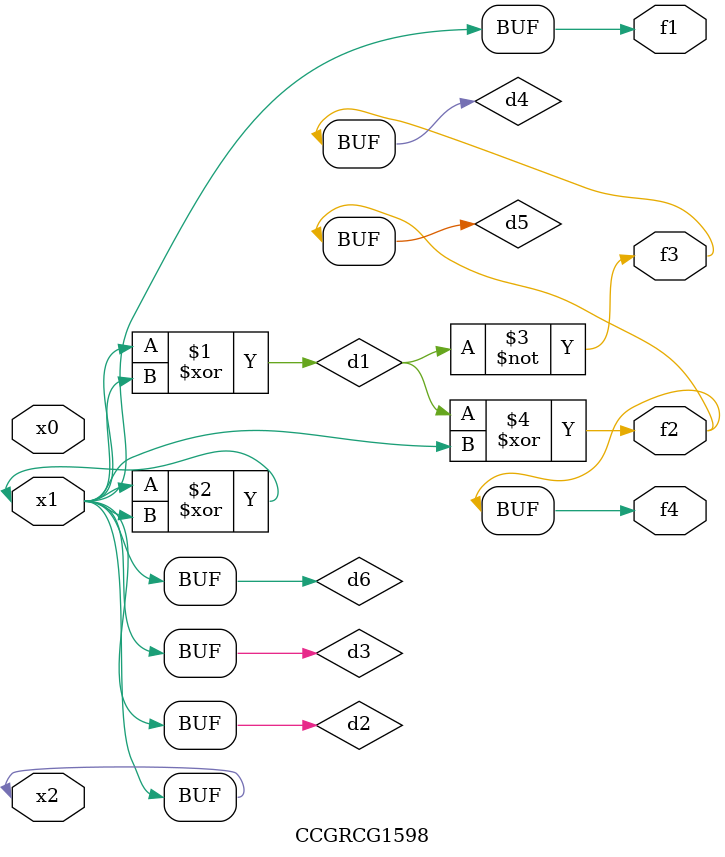
<source format=v>
module CCGRCG1598(
	input x0, x1, x2,
	output f1, f2, f3, f4
);

	wire d1, d2, d3, d4, d5, d6;

	xor (d1, x1, x2);
	buf (d2, x1, x2);
	xor (d3, x1, x2);
	nor (d4, d1);
	xor (d5, d1, d2);
	buf (d6, d2, d3);
	assign f1 = d6;
	assign f2 = d5;
	assign f3 = d4;
	assign f4 = d5;
endmodule

</source>
